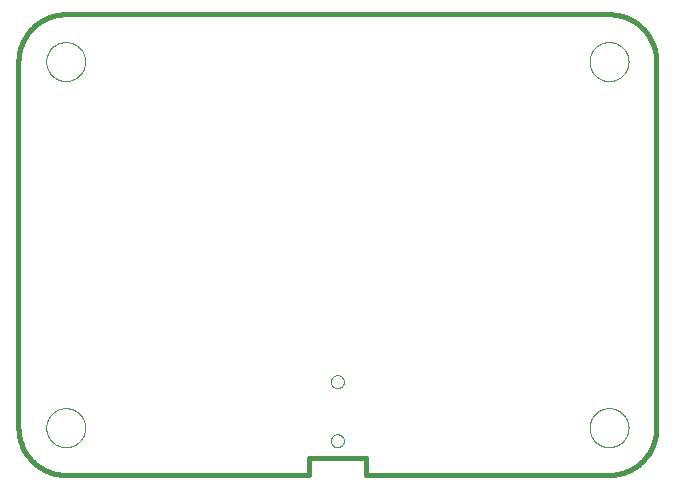
<source format=gtp>
G75*
%MOIN*%
%OFA0B0*%
%FSLAX25Y25*%
%IPPOS*%
%LPD*%
%AMOC8*
5,1,8,0,0,1.08239X$1,22.5*
%
%ADD10C,0.01600*%
%ADD11C,0.00000*%
D10*
X0029642Y0013894D02*
X0110744Y0013894D01*
X0110744Y0019406D01*
X0129642Y0019406D01*
X0129642Y0013894D01*
X0210744Y0013894D01*
X0211125Y0013899D01*
X0211505Y0013912D01*
X0211885Y0013935D01*
X0212264Y0013968D01*
X0212642Y0014009D01*
X0213019Y0014059D01*
X0213395Y0014119D01*
X0213770Y0014187D01*
X0214142Y0014265D01*
X0214513Y0014352D01*
X0214881Y0014447D01*
X0215247Y0014552D01*
X0215610Y0014665D01*
X0215971Y0014787D01*
X0216328Y0014917D01*
X0216682Y0015057D01*
X0217033Y0015204D01*
X0217380Y0015361D01*
X0217723Y0015525D01*
X0218062Y0015698D01*
X0218397Y0015879D01*
X0218728Y0016068D01*
X0219053Y0016265D01*
X0219374Y0016469D01*
X0219690Y0016682D01*
X0220000Y0016902D01*
X0220306Y0017129D01*
X0220605Y0017364D01*
X0220899Y0017606D01*
X0221187Y0017854D01*
X0221469Y0018110D01*
X0221744Y0018373D01*
X0222013Y0018642D01*
X0222276Y0018917D01*
X0222532Y0019199D01*
X0222780Y0019487D01*
X0223022Y0019781D01*
X0223257Y0020080D01*
X0223484Y0020386D01*
X0223704Y0020696D01*
X0223917Y0021012D01*
X0224121Y0021333D01*
X0224318Y0021658D01*
X0224507Y0021989D01*
X0224688Y0022324D01*
X0224861Y0022663D01*
X0225025Y0023006D01*
X0225182Y0023353D01*
X0225329Y0023704D01*
X0225469Y0024058D01*
X0225599Y0024415D01*
X0225721Y0024776D01*
X0225834Y0025139D01*
X0225939Y0025505D01*
X0226034Y0025873D01*
X0226121Y0026244D01*
X0226199Y0026616D01*
X0226267Y0026991D01*
X0226327Y0027367D01*
X0226377Y0027744D01*
X0226418Y0028122D01*
X0226451Y0028501D01*
X0226474Y0028881D01*
X0226487Y0029261D01*
X0226492Y0029642D01*
X0226492Y0151689D01*
X0226487Y0152070D01*
X0226474Y0152450D01*
X0226451Y0152830D01*
X0226418Y0153209D01*
X0226377Y0153587D01*
X0226327Y0153964D01*
X0226267Y0154340D01*
X0226199Y0154715D01*
X0226121Y0155087D01*
X0226034Y0155458D01*
X0225939Y0155826D01*
X0225834Y0156192D01*
X0225721Y0156555D01*
X0225599Y0156916D01*
X0225469Y0157273D01*
X0225329Y0157627D01*
X0225182Y0157978D01*
X0225025Y0158325D01*
X0224861Y0158668D01*
X0224688Y0159007D01*
X0224507Y0159342D01*
X0224318Y0159673D01*
X0224121Y0159998D01*
X0223917Y0160319D01*
X0223704Y0160635D01*
X0223484Y0160945D01*
X0223257Y0161251D01*
X0223022Y0161550D01*
X0222780Y0161844D01*
X0222532Y0162132D01*
X0222276Y0162414D01*
X0222013Y0162689D01*
X0221744Y0162958D01*
X0221469Y0163221D01*
X0221187Y0163477D01*
X0220899Y0163725D01*
X0220605Y0163967D01*
X0220306Y0164202D01*
X0220000Y0164429D01*
X0219690Y0164649D01*
X0219374Y0164862D01*
X0219053Y0165066D01*
X0218728Y0165263D01*
X0218397Y0165452D01*
X0218062Y0165633D01*
X0217723Y0165806D01*
X0217380Y0165970D01*
X0217033Y0166127D01*
X0216682Y0166274D01*
X0216328Y0166414D01*
X0215971Y0166544D01*
X0215610Y0166666D01*
X0215247Y0166779D01*
X0214881Y0166884D01*
X0214513Y0166979D01*
X0214142Y0167066D01*
X0213770Y0167144D01*
X0213395Y0167212D01*
X0213019Y0167272D01*
X0212642Y0167322D01*
X0212264Y0167363D01*
X0211885Y0167396D01*
X0211505Y0167419D01*
X0211125Y0167432D01*
X0210744Y0167437D01*
X0029642Y0167437D01*
X0029261Y0167432D01*
X0028881Y0167419D01*
X0028501Y0167396D01*
X0028122Y0167363D01*
X0027744Y0167322D01*
X0027367Y0167272D01*
X0026991Y0167212D01*
X0026616Y0167144D01*
X0026244Y0167066D01*
X0025873Y0166979D01*
X0025505Y0166884D01*
X0025139Y0166779D01*
X0024776Y0166666D01*
X0024415Y0166544D01*
X0024058Y0166414D01*
X0023704Y0166274D01*
X0023353Y0166127D01*
X0023006Y0165970D01*
X0022663Y0165806D01*
X0022324Y0165633D01*
X0021989Y0165452D01*
X0021658Y0165263D01*
X0021333Y0165066D01*
X0021012Y0164862D01*
X0020696Y0164649D01*
X0020386Y0164429D01*
X0020080Y0164202D01*
X0019781Y0163967D01*
X0019487Y0163725D01*
X0019199Y0163477D01*
X0018917Y0163221D01*
X0018642Y0162958D01*
X0018373Y0162689D01*
X0018110Y0162414D01*
X0017854Y0162132D01*
X0017606Y0161844D01*
X0017364Y0161550D01*
X0017129Y0161251D01*
X0016902Y0160945D01*
X0016682Y0160635D01*
X0016469Y0160319D01*
X0016265Y0159998D01*
X0016068Y0159673D01*
X0015879Y0159342D01*
X0015698Y0159007D01*
X0015525Y0158668D01*
X0015361Y0158325D01*
X0015204Y0157978D01*
X0015057Y0157627D01*
X0014917Y0157273D01*
X0014787Y0156916D01*
X0014665Y0156555D01*
X0014552Y0156192D01*
X0014447Y0155826D01*
X0014352Y0155458D01*
X0014265Y0155087D01*
X0014187Y0154715D01*
X0014119Y0154340D01*
X0014059Y0153964D01*
X0014009Y0153587D01*
X0013968Y0153209D01*
X0013935Y0152830D01*
X0013912Y0152450D01*
X0013899Y0152070D01*
X0013894Y0151689D01*
X0013894Y0029642D01*
X0013899Y0029261D01*
X0013912Y0028881D01*
X0013935Y0028501D01*
X0013968Y0028122D01*
X0014009Y0027744D01*
X0014059Y0027367D01*
X0014119Y0026991D01*
X0014187Y0026616D01*
X0014265Y0026244D01*
X0014352Y0025873D01*
X0014447Y0025505D01*
X0014552Y0025139D01*
X0014665Y0024776D01*
X0014787Y0024415D01*
X0014917Y0024058D01*
X0015057Y0023704D01*
X0015204Y0023353D01*
X0015361Y0023006D01*
X0015525Y0022663D01*
X0015698Y0022324D01*
X0015879Y0021989D01*
X0016068Y0021658D01*
X0016265Y0021333D01*
X0016469Y0021012D01*
X0016682Y0020696D01*
X0016902Y0020386D01*
X0017129Y0020080D01*
X0017364Y0019781D01*
X0017606Y0019487D01*
X0017854Y0019199D01*
X0018110Y0018917D01*
X0018373Y0018642D01*
X0018642Y0018373D01*
X0018917Y0018110D01*
X0019199Y0017854D01*
X0019487Y0017606D01*
X0019781Y0017364D01*
X0020080Y0017129D01*
X0020386Y0016902D01*
X0020696Y0016682D01*
X0021012Y0016469D01*
X0021333Y0016265D01*
X0021658Y0016068D01*
X0021989Y0015879D01*
X0022324Y0015698D01*
X0022663Y0015525D01*
X0023006Y0015361D01*
X0023353Y0015204D01*
X0023704Y0015057D01*
X0024058Y0014917D01*
X0024415Y0014787D01*
X0024776Y0014665D01*
X0025139Y0014552D01*
X0025505Y0014447D01*
X0025873Y0014352D01*
X0026244Y0014265D01*
X0026616Y0014187D01*
X0026991Y0014119D01*
X0027367Y0014059D01*
X0027744Y0014009D01*
X0028122Y0013968D01*
X0028501Y0013935D01*
X0028881Y0013912D01*
X0029261Y0013899D01*
X0029642Y0013894D01*
D11*
X0023142Y0029642D02*
X0023144Y0029803D01*
X0023150Y0029963D01*
X0023160Y0030124D01*
X0023174Y0030284D01*
X0023192Y0030444D01*
X0023213Y0030603D01*
X0023239Y0030762D01*
X0023269Y0030920D01*
X0023302Y0031077D01*
X0023340Y0031234D01*
X0023381Y0031389D01*
X0023426Y0031543D01*
X0023475Y0031696D01*
X0023528Y0031848D01*
X0023584Y0031999D01*
X0023645Y0032148D01*
X0023708Y0032296D01*
X0023776Y0032442D01*
X0023847Y0032586D01*
X0023921Y0032728D01*
X0023999Y0032869D01*
X0024081Y0033007D01*
X0024166Y0033144D01*
X0024254Y0033278D01*
X0024346Y0033410D01*
X0024441Y0033540D01*
X0024539Y0033668D01*
X0024640Y0033793D01*
X0024744Y0033915D01*
X0024851Y0034035D01*
X0024961Y0034152D01*
X0025074Y0034267D01*
X0025190Y0034378D01*
X0025309Y0034487D01*
X0025430Y0034592D01*
X0025554Y0034695D01*
X0025680Y0034795D01*
X0025808Y0034891D01*
X0025939Y0034984D01*
X0026073Y0035074D01*
X0026208Y0035161D01*
X0026346Y0035244D01*
X0026485Y0035324D01*
X0026627Y0035400D01*
X0026770Y0035473D01*
X0026915Y0035542D01*
X0027062Y0035608D01*
X0027210Y0035670D01*
X0027360Y0035728D01*
X0027511Y0035783D01*
X0027664Y0035834D01*
X0027818Y0035881D01*
X0027973Y0035924D01*
X0028129Y0035963D01*
X0028285Y0035999D01*
X0028443Y0036030D01*
X0028601Y0036058D01*
X0028760Y0036082D01*
X0028920Y0036102D01*
X0029080Y0036118D01*
X0029240Y0036130D01*
X0029401Y0036138D01*
X0029562Y0036142D01*
X0029722Y0036142D01*
X0029883Y0036138D01*
X0030044Y0036130D01*
X0030204Y0036118D01*
X0030364Y0036102D01*
X0030524Y0036082D01*
X0030683Y0036058D01*
X0030841Y0036030D01*
X0030999Y0035999D01*
X0031155Y0035963D01*
X0031311Y0035924D01*
X0031466Y0035881D01*
X0031620Y0035834D01*
X0031773Y0035783D01*
X0031924Y0035728D01*
X0032074Y0035670D01*
X0032222Y0035608D01*
X0032369Y0035542D01*
X0032514Y0035473D01*
X0032657Y0035400D01*
X0032799Y0035324D01*
X0032938Y0035244D01*
X0033076Y0035161D01*
X0033211Y0035074D01*
X0033345Y0034984D01*
X0033476Y0034891D01*
X0033604Y0034795D01*
X0033730Y0034695D01*
X0033854Y0034592D01*
X0033975Y0034487D01*
X0034094Y0034378D01*
X0034210Y0034267D01*
X0034323Y0034152D01*
X0034433Y0034035D01*
X0034540Y0033915D01*
X0034644Y0033793D01*
X0034745Y0033668D01*
X0034843Y0033540D01*
X0034938Y0033410D01*
X0035030Y0033278D01*
X0035118Y0033144D01*
X0035203Y0033007D01*
X0035285Y0032869D01*
X0035363Y0032728D01*
X0035437Y0032586D01*
X0035508Y0032442D01*
X0035576Y0032296D01*
X0035639Y0032148D01*
X0035700Y0031999D01*
X0035756Y0031848D01*
X0035809Y0031696D01*
X0035858Y0031543D01*
X0035903Y0031389D01*
X0035944Y0031234D01*
X0035982Y0031077D01*
X0036015Y0030920D01*
X0036045Y0030762D01*
X0036071Y0030603D01*
X0036092Y0030444D01*
X0036110Y0030284D01*
X0036124Y0030124D01*
X0036134Y0029963D01*
X0036140Y0029803D01*
X0036142Y0029642D01*
X0036140Y0029481D01*
X0036134Y0029321D01*
X0036124Y0029160D01*
X0036110Y0029000D01*
X0036092Y0028840D01*
X0036071Y0028681D01*
X0036045Y0028522D01*
X0036015Y0028364D01*
X0035982Y0028207D01*
X0035944Y0028050D01*
X0035903Y0027895D01*
X0035858Y0027741D01*
X0035809Y0027588D01*
X0035756Y0027436D01*
X0035700Y0027285D01*
X0035639Y0027136D01*
X0035576Y0026988D01*
X0035508Y0026842D01*
X0035437Y0026698D01*
X0035363Y0026556D01*
X0035285Y0026415D01*
X0035203Y0026277D01*
X0035118Y0026140D01*
X0035030Y0026006D01*
X0034938Y0025874D01*
X0034843Y0025744D01*
X0034745Y0025616D01*
X0034644Y0025491D01*
X0034540Y0025369D01*
X0034433Y0025249D01*
X0034323Y0025132D01*
X0034210Y0025017D01*
X0034094Y0024906D01*
X0033975Y0024797D01*
X0033854Y0024692D01*
X0033730Y0024589D01*
X0033604Y0024489D01*
X0033476Y0024393D01*
X0033345Y0024300D01*
X0033211Y0024210D01*
X0033076Y0024123D01*
X0032938Y0024040D01*
X0032799Y0023960D01*
X0032657Y0023884D01*
X0032514Y0023811D01*
X0032369Y0023742D01*
X0032222Y0023676D01*
X0032074Y0023614D01*
X0031924Y0023556D01*
X0031773Y0023501D01*
X0031620Y0023450D01*
X0031466Y0023403D01*
X0031311Y0023360D01*
X0031155Y0023321D01*
X0030999Y0023285D01*
X0030841Y0023254D01*
X0030683Y0023226D01*
X0030524Y0023202D01*
X0030364Y0023182D01*
X0030204Y0023166D01*
X0030044Y0023154D01*
X0029883Y0023146D01*
X0029722Y0023142D01*
X0029562Y0023142D01*
X0029401Y0023146D01*
X0029240Y0023154D01*
X0029080Y0023166D01*
X0028920Y0023182D01*
X0028760Y0023202D01*
X0028601Y0023226D01*
X0028443Y0023254D01*
X0028285Y0023285D01*
X0028129Y0023321D01*
X0027973Y0023360D01*
X0027818Y0023403D01*
X0027664Y0023450D01*
X0027511Y0023501D01*
X0027360Y0023556D01*
X0027210Y0023614D01*
X0027062Y0023676D01*
X0026915Y0023742D01*
X0026770Y0023811D01*
X0026627Y0023884D01*
X0026485Y0023960D01*
X0026346Y0024040D01*
X0026208Y0024123D01*
X0026073Y0024210D01*
X0025939Y0024300D01*
X0025808Y0024393D01*
X0025680Y0024489D01*
X0025554Y0024589D01*
X0025430Y0024692D01*
X0025309Y0024797D01*
X0025190Y0024906D01*
X0025074Y0025017D01*
X0024961Y0025132D01*
X0024851Y0025249D01*
X0024744Y0025369D01*
X0024640Y0025491D01*
X0024539Y0025616D01*
X0024441Y0025744D01*
X0024346Y0025874D01*
X0024254Y0026006D01*
X0024166Y0026140D01*
X0024081Y0026277D01*
X0023999Y0026415D01*
X0023921Y0026556D01*
X0023847Y0026698D01*
X0023776Y0026842D01*
X0023708Y0026988D01*
X0023645Y0027136D01*
X0023584Y0027285D01*
X0023528Y0027436D01*
X0023475Y0027588D01*
X0023426Y0027741D01*
X0023381Y0027895D01*
X0023340Y0028050D01*
X0023302Y0028207D01*
X0023269Y0028364D01*
X0023239Y0028522D01*
X0023213Y0028681D01*
X0023192Y0028840D01*
X0023174Y0029000D01*
X0023160Y0029160D01*
X0023150Y0029321D01*
X0023144Y0029481D01*
X0023142Y0029642D01*
X0118028Y0025311D02*
X0118030Y0025404D01*
X0118036Y0025496D01*
X0118046Y0025588D01*
X0118060Y0025679D01*
X0118077Y0025770D01*
X0118099Y0025860D01*
X0118124Y0025949D01*
X0118153Y0026037D01*
X0118186Y0026123D01*
X0118223Y0026208D01*
X0118263Y0026292D01*
X0118307Y0026373D01*
X0118354Y0026453D01*
X0118404Y0026531D01*
X0118458Y0026606D01*
X0118515Y0026679D01*
X0118575Y0026749D01*
X0118638Y0026817D01*
X0118704Y0026882D01*
X0118772Y0026944D01*
X0118843Y0027004D01*
X0118917Y0027060D01*
X0118993Y0027113D01*
X0119071Y0027162D01*
X0119151Y0027209D01*
X0119233Y0027251D01*
X0119317Y0027291D01*
X0119402Y0027326D01*
X0119489Y0027358D01*
X0119577Y0027387D01*
X0119666Y0027411D01*
X0119756Y0027432D01*
X0119847Y0027448D01*
X0119939Y0027461D01*
X0120031Y0027470D01*
X0120124Y0027475D01*
X0120216Y0027476D01*
X0120309Y0027473D01*
X0120401Y0027466D01*
X0120493Y0027455D01*
X0120584Y0027440D01*
X0120675Y0027422D01*
X0120765Y0027399D01*
X0120853Y0027373D01*
X0120941Y0027343D01*
X0121027Y0027309D01*
X0121111Y0027272D01*
X0121194Y0027230D01*
X0121275Y0027186D01*
X0121355Y0027138D01*
X0121432Y0027087D01*
X0121506Y0027032D01*
X0121579Y0026974D01*
X0121649Y0026914D01*
X0121716Y0026850D01*
X0121780Y0026784D01*
X0121842Y0026714D01*
X0121900Y0026643D01*
X0121955Y0026569D01*
X0122007Y0026492D01*
X0122056Y0026413D01*
X0122102Y0026333D01*
X0122144Y0026250D01*
X0122182Y0026166D01*
X0122217Y0026080D01*
X0122248Y0025993D01*
X0122275Y0025905D01*
X0122298Y0025815D01*
X0122318Y0025725D01*
X0122334Y0025634D01*
X0122346Y0025542D01*
X0122354Y0025450D01*
X0122358Y0025357D01*
X0122358Y0025265D01*
X0122354Y0025172D01*
X0122346Y0025080D01*
X0122334Y0024988D01*
X0122318Y0024897D01*
X0122298Y0024807D01*
X0122275Y0024717D01*
X0122248Y0024629D01*
X0122217Y0024542D01*
X0122182Y0024456D01*
X0122144Y0024372D01*
X0122102Y0024289D01*
X0122056Y0024209D01*
X0122007Y0024130D01*
X0121955Y0024053D01*
X0121900Y0023979D01*
X0121842Y0023908D01*
X0121780Y0023838D01*
X0121716Y0023772D01*
X0121649Y0023708D01*
X0121579Y0023648D01*
X0121506Y0023590D01*
X0121432Y0023535D01*
X0121355Y0023484D01*
X0121276Y0023436D01*
X0121194Y0023392D01*
X0121111Y0023350D01*
X0121027Y0023313D01*
X0120941Y0023279D01*
X0120853Y0023249D01*
X0120765Y0023223D01*
X0120675Y0023200D01*
X0120584Y0023182D01*
X0120493Y0023167D01*
X0120401Y0023156D01*
X0120309Y0023149D01*
X0120216Y0023146D01*
X0120124Y0023147D01*
X0120031Y0023152D01*
X0119939Y0023161D01*
X0119847Y0023174D01*
X0119756Y0023190D01*
X0119666Y0023211D01*
X0119577Y0023235D01*
X0119489Y0023264D01*
X0119402Y0023296D01*
X0119317Y0023331D01*
X0119233Y0023371D01*
X0119151Y0023413D01*
X0119071Y0023460D01*
X0118993Y0023509D01*
X0118917Y0023562D01*
X0118843Y0023618D01*
X0118772Y0023678D01*
X0118704Y0023740D01*
X0118638Y0023805D01*
X0118575Y0023873D01*
X0118515Y0023943D01*
X0118458Y0024016D01*
X0118404Y0024091D01*
X0118354Y0024169D01*
X0118307Y0024249D01*
X0118263Y0024330D01*
X0118223Y0024414D01*
X0118186Y0024499D01*
X0118153Y0024585D01*
X0118124Y0024673D01*
X0118099Y0024762D01*
X0118077Y0024852D01*
X0118060Y0024943D01*
X0118046Y0025034D01*
X0118036Y0025126D01*
X0118030Y0025218D01*
X0118028Y0025311D01*
X0118028Y0044996D02*
X0118030Y0045089D01*
X0118036Y0045181D01*
X0118046Y0045273D01*
X0118060Y0045364D01*
X0118077Y0045455D01*
X0118099Y0045545D01*
X0118124Y0045634D01*
X0118153Y0045722D01*
X0118186Y0045808D01*
X0118223Y0045893D01*
X0118263Y0045977D01*
X0118307Y0046058D01*
X0118354Y0046138D01*
X0118404Y0046216D01*
X0118458Y0046291D01*
X0118515Y0046364D01*
X0118575Y0046434D01*
X0118638Y0046502D01*
X0118704Y0046567D01*
X0118772Y0046629D01*
X0118843Y0046689D01*
X0118917Y0046745D01*
X0118993Y0046798D01*
X0119071Y0046847D01*
X0119151Y0046894D01*
X0119233Y0046936D01*
X0119317Y0046976D01*
X0119402Y0047011D01*
X0119489Y0047043D01*
X0119577Y0047072D01*
X0119666Y0047096D01*
X0119756Y0047117D01*
X0119847Y0047133D01*
X0119939Y0047146D01*
X0120031Y0047155D01*
X0120124Y0047160D01*
X0120216Y0047161D01*
X0120309Y0047158D01*
X0120401Y0047151D01*
X0120493Y0047140D01*
X0120584Y0047125D01*
X0120675Y0047107D01*
X0120765Y0047084D01*
X0120853Y0047058D01*
X0120941Y0047028D01*
X0121027Y0046994D01*
X0121111Y0046957D01*
X0121194Y0046915D01*
X0121275Y0046871D01*
X0121355Y0046823D01*
X0121432Y0046772D01*
X0121506Y0046717D01*
X0121579Y0046659D01*
X0121649Y0046599D01*
X0121716Y0046535D01*
X0121780Y0046469D01*
X0121842Y0046399D01*
X0121900Y0046328D01*
X0121955Y0046254D01*
X0122007Y0046177D01*
X0122056Y0046098D01*
X0122102Y0046018D01*
X0122144Y0045935D01*
X0122182Y0045851D01*
X0122217Y0045765D01*
X0122248Y0045678D01*
X0122275Y0045590D01*
X0122298Y0045500D01*
X0122318Y0045410D01*
X0122334Y0045319D01*
X0122346Y0045227D01*
X0122354Y0045135D01*
X0122358Y0045042D01*
X0122358Y0044950D01*
X0122354Y0044857D01*
X0122346Y0044765D01*
X0122334Y0044673D01*
X0122318Y0044582D01*
X0122298Y0044492D01*
X0122275Y0044402D01*
X0122248Y0044314D01*
X0122217Y0044227D01*
X0122182Y0044141D01*
X0122144Y0044057D01*
X0122102Y0043974D01*
X0122056Y0043894D01*
X0122007Y0043815D01*
X0121955Y0043738D01*
X0121900Y0043664D01*
X0121842Y0043593D01*
X0121780Y0043523D01*
X0121716Y0043457D01*
X0121649Y0043393D01*
X0121579Y0043333D01*
X0121506Y0043275D01*
X0121432Y0043220D01*
X0121355Y0043169D01*
X0121276Y0043121D01*
X0121194Y0043077D01*
X0121111Y0043035D01*
X0121027Y0042998D01*
X0120941Y0042964D01*
X0120853Y0042934D01*
X0120765Y0042908D01*
X0120675Y0042885D01*
X0120584Y0042867D01*
X0120493Y0042852D01*
X0120401Y0042841D01*
X0120309Y0042834D01*
X0120216Y0042831D01*
X0120124Y0042832D01*
X0120031Y0042837D01*
X0119939Y0042846D01*
X0119847Y0042859D01*
X0119756Y0042875D01*
X0119666Y0042896D01*
X0119577Y0042920D01*
X0119489Y0042949D01*
X0119402Y0042981D01*
X0119317Y0043016D01*
X0119233Y0043056D01*
X0119151Y0043098D01*
X0119071Y0043145D01*
X0118993Y0043194D01*
X0118917Y0043247D01*
X0118843Y0043303D01*
X0118772Y0043363D01*
X0118704Y0043425D01*
X0118638Y0043490D01*
X0118575Y0043558D01*
X0118515Y0043628D01*
X0118458Y0043701D01*
X0118404Y0043776D01*
X0118354Y0043854D01*
X0118307Y0043934D01*
X0118263Y0044015D01*
X0118223Y0044099D01*
X0118186Y0044184D01*
X0118153Y0044270D01*
X0118124Y0044358D01*
X0118099Y0044447D01*
X0118077Y0044537D01*
X0118060Y0044628D01*
X0118046Y0044719D01*
X0118036Y0044811D01*
X0118030Y0044903D01*
X0118028Y0044996D01*
X0204244Y0029642D02*
X0204246Y0029803D01*
X0204252Y0029963D01*
X0204262Y0030124D01*
X0204276Y0030284D01*
X0204294Y0030444D01*
X0204315Y0030603D01*
X0204341Y0030762D01*
X0204371Y0030920D01*
X0204404Y0031077D01*
X0204442Y0031234D01*
X0204483Y0031389D01*
X0204528Y0031543D01*
X0204577Y0031696D01*
X0204630Y0031848D01*
X0204686Y0031999D01*
X0204747Y0032148D01*
X0204810Y0032296D01*
X0204878Y0032442D01*
X0204949Y0032586D01*
X0205023Y0032728D01*
X0205101Y0032869D01*
X0205183Y0033007D01*
X0205268Y0033144D01*
X0205356Y0033278D01*
X0205448Y0033410D01*
X0205543Y0033540D01*
X0205641Y0033668D01*
X0205742Y0033793D01*
X0205846Y0033915D01*
X0205953Y0034035D01*
X0206063Y0034152D01*
X0206176Y0034267D01*
X0206292Y0034378D01*
X0206411Y0034487D01*
X0206532Y0034592D01*
X0206656Y0034695D01*
X0206782Y0034795D01*
X0206910Y0034891D01*
X0207041Y0034984D01*
X0207175Y0035074D01*
X0207310Y0035161D01*
X0207448Y0035244D01*
X0207587Y0035324D01*
X0207729Y0035400D01*
X0207872Y0035473D01*
X0208017Y0035542D01*
X0208164Y0035608D01*
X0208312Y0035670D01*
X0208462Y0035728D01*
X0208613Y0035783D01*
X0208766Y0035834D01*
X0208920Y0035881D01*
X0209075Y0035924D01*
X0209231Y0035963D01*
X0209387Y0035999D01*
X0209545Y0036030D01*
X0209703Y0036058D01*
X0209862Y0036082D01*
X0210022Y0036102D01*
X0210182Y0036118D01*
X0210342Y0036130D01*
X0210503Y0036138D01*
X0210664Y0036142D01*
X0210824Y0036142D01*
X0210985Y0036138D01*
X0211146Y0036130D01*
X0211306Y0036118D01*
X0211466Y0036102D01*
X0211626Y0036082D01*
X0211785Y0036058D01*
X0211943Y0036030D01*
X0212101Y0035999D01*
X0212257Y0035963D01*
X0212413Y0035924D01*
X0212568Y0035881D01*
X0212722Y0035834D01*
X0212875Y0035783D01*
X0213026Y0035728D01*
X0213176Y0035670D01*
X0213324Y0035608D01*
X0213471Y0035542D01*
X0213616Y0035473D01*
X0213759Y0035400D01*
X0213901Y0035324D01*
X0214040Y0035244D01*
X0214178Y0035161D01*
X0214313Y0035074D01*
X0214447Y0034984D01*
X0214578Y0034891D01*
X0214706Y0034795D01*
X0214832Y0034695D01*
X0214956Y0034592D01*
X0215077Y0034487D01*
X0215196Y0034378D01*
X0215312Y0034267D01*
X0215425Y0034152D01*
X0215535Y0034035D01*
X0215642Y0033915D01*
X0215746Y0033793D01*
X0215847Y0033668D01*
X0215945Y0033540D01*
X0216040Y0033410D01*
X0216132Y0033278D01*
X0216220Y0033144D01*
X0216305Y0033007D01*
X0216387Y0032869D01*
X0216465Y0032728D01*
X0216539Y0032586D01*
X0216610Y0032442D01*
X0216678Y0032296D01*
X0216741Y0032148D01*
X0216802Y0031999D01*
X0216858Y0031848D01*
X0216911Y0031696D01*
X0216960Y0031543D01*
X0217005Y0031389D01*
X0217046Y0031234D01*
X0217084Y0031077D01*
X0217117Y0030920D01*
X0217147Y0030762D01*
X0217173Y0030603D01*
X0217194Y0030444D01*
X0217212Y0030284D01*
X0217226Y0030124D01*
X0217236Y0029963D01*
X0217242Y0029803D01*
X0217244Y0029642D01*
X0217242Y0029481D01*
X0217236Y0029321D01*
X0217226Y0029160D01*
X0217212Y0029000D01*
X0217194Y0028840D01*
X0217173Y0028681D01*
X0217147Y0028522D01*
X0217117Y0028364D01*
X0217084Y0028207D01*
X0217046Y0028050D01*
X0217005Y0027895D01*
X0216960Y0027741D01*
X0216911Y0027588D01*
X0216858Y0027436D01*
X0216802Y0027285D01*
X0216741Y0027136D01*
X0216678Y0026988D01*
X0216610Y0026842D01*
X0216539Y0026698D01*
X0216465Y0026556D01*
X0216387Y0026415D01*
X0216305Y0026277D01*
X0216220Y0026140D01*
X0216132Y0026006D01*
X0216040Y0025874D01*
X0215945Y0025744D01*
X0215847Y0025616D01*
X0215746Y0025491D01*
X0215642Y0025369D01*
X0215535Y0025249D01*
X0215425Y0025132D01*
X0215312Y0025017D01*
X0215196Y0024906D01*
X0215077Y0024797D01*
X0214956Y0024692D01*
X0214832Y0024589D01*
X0214706Y0024489D01*
X0214578Y0024393D01*
X0214447Y0024300D01*
X0214313Y0024210D01*
X0214178Y0024123D01*
X0214040Y0024040D01*
X0213901Y0023960D01*
X0213759Y0023884D01*
X0213616Y0023811D01*
X0213471Y0023742D01*
X0213324Y0023676D01*
X0213176Y0023614D01*
X0213026Y0023556D01*
X0212875Y0023501D01*
X0212722Y0023450D01*
X0212568Y0023403D01*
X0212413Y0023360D01*
X0212257Y0023321D01*
X0212101Y0023285D01*
X0211943Y0023254D01*
X0211785Y0023226D01*
X0211626Y0023202D01*
X0211466Y0023182D01*
X0211306Y0023166D01*
X0211146Y0023154D01*
X0210985Y0023146D01*
X0210824Y0023142D01*
X0210664Y0023142D01*
X0210503Y0023146D01*
X0210342Y0023154D01*
X0210182Y0023166D01*
X0210022Y0023182D01*
X0209862Y0023202D01*
X0209703Y0023226D01*
X0209545Y0023254D01*
X0209387Y0023285D01*
X0209231Y0023321D01*
X0209075Y0023360D01*
X0208920Y0023403D01*
X0208766Y0023450D01*
X0208613Y0023501D01*
X0208462Y0023556D01*
X0208312Y0023614D01*
X0208164Y0023676D01*
X0208017Y0023742D01*
X0207872Y0023811D01*
X0207729Y0023884D01*
X0207587Y0023960D01*
X0207448Y0024040D01*
X0207310Y0024123D01*
X0207175Y0024210D01*
X0207041Y0024300D01*
X0206910Y0024393D01*
X0206782Y0024489D01*
X0206656Y0024589D01*
X0206532Y0024692D01*
X0206411Y0024797D01*
X0206292Y0024906D01*
X0206176Y0025017D01*
X0206063Y0025132D01*
X0205953Y0025249D01*
X0205846Y0025369D01*
X0205742Y0025491D01*
X0205641Y0025616D01*
X0205543Y0025744D01*
X0205448Y0025874D01*
X0205356Y0026006D01*
X0205268Y0026140D01*
X0205183Y0026277D01*
X0205101Y0026415D01*
X0205023Y0026556D01*
X0204949Y0026698D01*
X0204878Y0026842D01*
X0204810Y0026988D01*
X0204747Y0027136D01*
X0204686Y0027285D01*
X0204630Y0027436D01*
X0204577Y0027588D01*
X0204528Y0027741D01*
X0204483Y0027895D01*
X0204442Y0028050D01*
X0204404Y0028207D01*
X0204371Y0028364D01*
X0204341Y0028522D01*
X0204315Y0028681D01*
X0204294Y0028840D01*
X0204276Y0029000D01*
X0204262Y0029160D01*
X0204252Y0029321D01*
X0204246Y0029481D01*
X0204244Y0029642D01*
X0204244Y0151689D02*
X0204246Y0151850D01*
X0204252Y0152010D01*
X0204262Y0152171D01*
X0204276Y0152331D01*
X0204294Y0152491D01*
X0204315Y0152650D01*
X0204341Y0152809D01*
X0204371Y0152967D01*
X0204404Y0153124D01*
X0204442Y0153281D01*
X0204483Y0153436D01*
X0204528Y0153590D01*
X0204577Y0153743D01*
X0204630Y0153895D01*
X0204686Y0154046D01*
X0204747Y0154195D01*
X0204810Y0154343D01*
X0204878Y0154489D01*
X0204949Y0154633D01*
X0205023Y0154775D01*
X0205101Y0154916D01*
X0205183Y0155054D01*
X0205268Y0155191D01*
X0205356Y0155325D01*
X0205448Y0155457D01*
X0205543Y0155587D01*
X0205641Y0155715D01*
X0205742Y0155840D01*
X0205846Y0155962D01*
X0205953Y0156082D01*
X0206063Y0156199D01*
X0206176Y0156314D01*
X0206292Y0156425D01*
X0206411Y0156534D01*
X0206532Y0156639D01*
X0206656Y0156742D01*
X0206782Y0156842D01*
X0206910Y0156938D01*
X0207041Y0157031D01*
X0207175Y0157121D01*
X0207310Y0157208D01*
X0207448Y0157291D01*
X0207587Y0157371D01*
X0207729Y0157447D01*
X0207872Y0157520D01*
X0208017Y0157589D01*
X0208164Y0157655D01*
X0208312Y0157717D01*
X0208462Y0157775D01*
X0208613Y0157830D01*
X0208766Y0157881D01*
X0208920Y0157928D01*
X0209075Y0157971D01*
X0209231Y0158010D01*
X0209387Y0158046D01*
X0209545Y0158077D01*
X0209703Y0158105D01*
X0209862Y0158129D01*
X0210022Y0158149D01*
X0210182Y0158165D01*
X0210342Y0158177D01*
X0210503Y0158185D01*
X0210664Y0158189D01*
X0210824Y0158189D01*
X0210985Y0158185D01*
X0211146Y0158177D01*
X0211306Y0158165D01*
X0211466Y0158149D01*
X0211626Y0158129D01*
X0211785Y0158105D01*
X0211943Y0158077D01*
X0212101Y0158046D01*
X0212257Y0158010D01*
X0212413Y0157971D01*
X0212568Y0157928D01*
X0212722Y0157881D01*
X0212875Y0157830D01*
X0213026Y0157775D01*
X0213176Y0157717D01*
X0213324Y0157655D01*
X0213471Y0157589D01*
X0213616Y0157520D01*
X0213759Y0157447D01*
X0213901Y0157371D01*
X0214040Y0157291D01*
X0214178Y0157208D01*
X0214313Y0157121D01*
X0214447Y0157031D01*
X0214578Y0156938D01*
X0214706Y0156842D01*
X0214832Y0156742D01*
X0214956Y0156639D01*
X0215077Y0156534D01*
X0215196Y0156425D01*
X0215312Y0156314D01*
X0215425Y0156199D01*
X0215535Y0156082D01*
X0215642Y0155962D01*
X0215746Y0155840D01*
X0215847Y0155715D01*
X0215945Y0155587D01*
X0216040Y0155457D01*
X0216132Y0155325D01*
X0216220Y0155191D01*
X0216305Y0155054D01*
X0216387Y0154916D01*
X0216465Y0154775D01*
X0216539Y0154633D01*
X0216610Y0154489D01*
X0216678Y0154343D01*
X0216741Y0154195D01*
X0216802Y0154046D01*
X0216858Y0153895D01*
X0216911Y0153743D01*
X0216960Y0153590D01*
X0217005Y0153436D01*
X0217046Y0153281D01*
X0217084Y0153124D01*
X0217117Y0152967D01*
X0217147Y0152809D01*
X0217173Y0152650D01*
X0217194Y0152491D01*
X0217212Y0152331D01*
X0217226Y0152171D01*
X0217236Y0152010D01*
X0217242Y0151850D01*
X0217244Y0151689D01*
X0217242Y0151528D01*
X0217236Y0151368D01*
X0217226Y0151207D01*
X0217212Y0151047D01*
X0217194Y0150887D01*
X0217173Y0150728D01*
X0217147Y0150569D01*
X0217117Y0150411D01*
X0217084Y0150254D01*
X0217046Y0150097D01*
X0217005Y0149942D01*
X0216960Y0149788D01*
X0216911Y0149635D01*
X0216858Y0149483D01*
X0216802Y0149332D01*
X0216741Y0149183D01*
X0216678Y0149035D01*
X0216610Y0148889D01*
X0216539Y0148745D01*
X0216465Y0148603D01*
X0216387Y0148462D01*
X0216305Y0148324D01*
X0216220Y0148187D01*
X0216132Y0148053D01*
X0216040Y0147921D01*
X0215945Y0147791D01*
X0215847Y0147663D01*
X0215746Y0147538D01*
X0215642Y0147416D01*
X0215535Y0147296D01*
X0215425Y0147179D01*
X0215312Y0147064D01*
X0215196Y0146953D01*
X0215077Y0146844D01*
X0214956Y0146739D01*
X0214832Y0146636D01*
X0214706Y0146536D01*
X0214578Y0146440D01*
X0214447Y0146347D01*
X0214313Y0146257D01*
X0214178Y0146170D01*
X0214040Y0146087D01*
X0213901Y0146007D01*
X0213759Y0145931D01*
X0213616Y0145858D01*
X0213471Y0145789D01*
X0213324Y0145723D01*
X0213176Y0145661D01*
X0213026Y0145603D01*
X0212875Y0145548D01*
X0212722Y0145497D01*
X0212568Y0145450D01*
X0212413Y0145407D01*
X0212257Y0145368D01*
X0212101Y0145332D01*
X0211943Y0145301D01*
X0211785Y0145273D01*
X0211626Y0145249D01*
X0211466Y0145229D01*
X0211306Y0145213D01*
X0211146Y0145201D01*
X0210985Y0145193D01*
X0210824Y0145189D01*
X0210664Y0145189D01*
X0210503Y0145193D01*
X0210342Y0145201D01*
X0210182Y0145213D01*
X0210022Y0145229D01*
X0209862Y0145249D01*
X0209703Y0145273D01*
X0209545Y0145301D01*
X0209387Y0145332D01*
X0209231Y0145368D01*
X0209075Y0145407D01*
X0208920Y0145450D01*
X0208766Y0145497D01*
X0208613Y0145548D01*
X0208462Y0145603D01*
X0208312Y0145661D01*
X0208164Y0145723D01*
X0208017Y0145789D01*
X0207872Y0145858D01*
X0207729Y0145931D01*
X0207587Y0146007D01*
X0207448Y0146087D01*
X0207310Y0146170D01*
X0207175Y0146257D01*
X0207041Y0146347D01*
X0206910Y0146440D01*
X0206782Y0146536D01*
X0206656Y0146636D01*
X0206532Y0146739D01*
X0206411Y0146844D01*
X0206292Y0146953D01*
X0206176Y0147064D01*
X0206063Y0147179D01*
X0205953Y0147296D01*
X0205846Y0147416D01*
X0205742Y0147538D01*
X0205641Y0147663D01*
X0205543Y0147791D01*
X0205448Y0147921D01*
X0205356Y0148053D01*
X0205268Y0148187D01*
X0205183Y0148324D01*
X0205101Y0148462D01*
X0205023Y0148603D01*
X0204949Y0148745D01*
X0204878Y0148889D01*
X0204810Y0149035D01*
X0204747Y0149183D01*
X0204686Y0149332D01*
X0204630Y0149483D01*
X0204577Y0149635D01*
X0204528Y0149788D01*
X0204483Y0149942D01*
X0204442Y0150097D01*
X0204404Y0150254D01*
X0204371Y0150411D01*
X0204341Y0150569D01*
X0204315Y0150728D01*
X0204294Y0150887D01*
X0204276Y0151047D01*
X0204262Y0151207D01*
X0204252Y0151368D01*
X0204246Y0151528D01*
X0204244Y0151689D01*
X0023142Y0151689D02*
X0023144Y0151850D01*
X0023150Y0152010D01*
X0023160Y0152171D01*
X0023174Y0152331D01*
X0023192Y0152491D01*
X0023213Y0152650D01*
X0023239Y0152809D01*
X0023269Y0152967D01*
X0023302Y0153124D01*
X0023340Y0153281D01*
X0023381Y0153436D01*
X0023426Y0153590D01*
X0023475Y0153743D01*
X0023528Y0153895D01*
X0023584Y0154046D01*
X0023645Y0154195D01*
X0023708Y0154343D01*
X0023776Y0154489D01*
X0023847Y0154633D01*
X0023921Y0154775D01*
X0023999Y0154916D01*
X0024081Y0155054D01*
X0024166Y0155191D01*
X0024254Y0155325D01*
X0024346Y0155457D01*
X0024441Y0155587D01*
X0024539Y0155715D01*
X0024640Y0155840D01*
X0024744Y0155962D01*
X0024851Y0156082D01*
X0024961Y0156199D01*
X0025074Y0156314D01*
X0025190Y0156425D01*
X0025309Y0156534D01*
X0025430Y0156639D01*
X0025554Y0156742D01*
X0025680Y0156842D01*
X0025808Y0156938D01*
X0025939Y0157031D01*
X0026073Y0157121D01*
X0026208Y0157208D01*
X0026346Y0157291D01*
X0026485Y0157371D01*
X0026627Y0157447D01*
X0026770Y0157520D01*
X0026915Y0157589D01*
X0027062Y0157655D01*
X0027210Y0157717D01*
X0027360Y0157775D01*
X0027511Y0157830D01*
X0027664Y0157881D01*
X0027818Y0157928D01*
X0027973Y0157971D01*
X0028129Y0158010D01*
X0028285Y0158046D01*
X0028443Y0158077D01*
X0028601Y0158105D01*
X0028760Y0158129D01*
X0028920Y0158149D01*
X0029080Y0158165D01*
X0029240Y0158177D01*
X0029401Y0158185D01*
X0029562Y0158189D01*
X0029722Y0158189D01*
X0029883Y0158185D01*
X0030044Y0158177D01*
X0030204Y0158165D01*
X0030364Y0158149D01*
X0030524Y0158129D01*
X0030683Y0158105D01*
X0030841Y0158077D01*
X0030999Y0158046D01*
X0031155Y0158010D01*
X0031311Y0157971D01*
X0031466Y0157928D01*
X0031620Y0157881D01*
X0031773Y0157830D01*
X0031924Y0157775D01*
X0032074Y0157717D01*
X0032222Y0157655D01*
X0032369Y0157589D01*
X0032514Y0157520D01*
X0032657Y0157447D01*
X0032799Y0157371D01*
X0032938Y0157291D01*
X0033076Y0157208D01*
X0033211Y0157121D01*
X0033345Y0157031D01*
X0033476Y0156938D01*
X0033604Y0156842D01*
X0033730Y0156742D01*
X0033854Y0156639D01*
X0033975Y0156534D01*
X0034094Y0156425D01*
X0034210Y0156314D01*
X0034323Y0156199D01*
X0034433Y0156082D01*
X0034540Y0155962D01*
X0034644Y0155840D01*
X0034745Y0155715D01*
X0034843Y0155587D01*
X0034938Y0155457D01*
X0035030Y0155325D01*
X0035118Y0155191D01*
X0035203Y0155054D01*
X0035285Y0154916D01*
X0035363Y0154775D01*
X0035437Y0154633D01*
X0035508Y0154489D01*
X0035576Y0154343D01*
X0035639Y0154195D01*
X0035700Y0154046D01*
X0035756Y0153895D01*
X0035809Y0153743D01*
X0035858Y0153590D01*
X0035903Y0153436D01*
X0035944Y0153281D01*
X0035982Y0153124D01*
X0036015Y0152967D01*
X0036045Y0152809D01*
X0036071Y0152650D01*
X0036092Y0152491D01*
X0036110Y0152331D01*
X0036124Y0152171D01*
X0036134Y0152010D01*
X0036140Y0151850D01*
X0036142Y0151689D01*
X0036140Y0151528D01*
X0036134Y0151368D01*
X0036124Y0151207D01*
X0036110Y0151047D01*
X0036092Y0150887D01*
X0036071Y0150728D01*
X0036045Y0150569D01*
X0036015Y0150411D01*
X0035982Y0150254D01*
X0035944Y0150097D01*
X0035903Y0149942D01*
X0035858Y0149788D01*
X0035809Y0149635D01*
X0035756Y0149483D01*
X0035700Y0149332D01*
X0035639Y0149183D01*
X0035576Y0149035D01*
X0035508Y0148889D01*
X0035437Y0148745D01*
X0035363Y0148603D01*
X0035285Y0148462D01*
X0035203Y0148324D01*
X0035118Y0148187D01*
X0035030Y0148053D01*
X0034938Y0147921D01*
X0034843Y0147791D01*
X0034745Y0147663D01*
X0034644Y0147538D01*
X0034540Y0147416D01*
X0034433Y0147296D01*
X0034323Y0147179D01*
X0034210Y0147064D01*
X0034094Y0146953D01*
X0033975Y0146844D01*
X0033854Y0146739D01*
X0033730Y0146636D01*
X0033604Y0146536D01*
X0033476Y0146440D01*
X0033345Y0146347D01*
X0033211Y0146257D01*
X0033076Y0146170D01*
X0032938Y0146087D01*
X0032799Y0146007D01*
X0032657Y0145931D01*
X0032514Y0145858D01*
X0032369Y0145789D01*
X0032222Y0145723D01*
X0032074Y0145661D01*
X0031924Y0145603D01*
X0031773Y0145548D01*
X0031620Y0145497D01*
X0031466Y0145450D01*
X0031311Y0145407D01*
X0031155Y0145368D01*
X0030999Y0145332D01*
X0030841Y0145301D01*
X0030683Y0145273D01*
X0030524Y0145249D01*
X0030364Y0145229D01*
X0030204Y0145213D01*
X0030044Y0145201D01*
X0029883Y0145193D01*
X0029722Y0145189D01*
X0029562Y0145189D01*
X0029401Y0145193D01*
X0029240Y0145201D01*
X0029080Y0145213D01*
X0028920Y0145229D01*
X0028760Y0145249D01*
X0028601Y0145273D01*
X0028443Y0145301D01*
X0028285Y0145332D01*
X0028129Y0145368D01*
X0027973Y0145407D01*
X0027818Y0145450D01*
X0027664Y0145497D01*
X0027511Y0145548D01*
X0027360Y0145603D01*
X0027210Y0145661D01*
X0027062Y0145723D01*
X0026915Y0145789D01*
X0026770Y0145858D01*
X0026627Y0145931D01*
X0026485Y0146007D01*
X0026346Y0146087D01*
X0026208Y0146170D01*
X0026073Y0146257D01*
X0025939Y0146347D01*
X0025808Y0146440D01*
X0025680Y0146536D01*
X0025554Y0146636D01*
X0025430Y0146739D01*
X0025309Y0146844D01*
X0025190Y0146953D01*
X0025074Y0147064D01*
X0024961Y0147179D01*
X0024851Y0147296D01*
X0024744Y0147416D01*
X0024640Y0147538D01*
X0024539Y0147663D01*
X0024441Y0147791D01*
X0024346Y0147921D01*
X0024254Y0148053D01*
X0024166Y0148187D01*
X0024081Y0148324D01*
X0023999Y0148462D01*
X0023921Y0148603D01*
X0023847Y0148745D01*
X0023776Y0148889D01*
X0023708Y0149035D01*
X0023645Y0149183D01*
X0023584Y0149332D01*
X0023528Y0149483D01*
X0023475Y0149635D01*
X0023426Y0149788D01*
X0023381Y0149942D01*
X0023340Y0150097D01*
X0023302Y0150254D01*
X0023269Y0150411D01*
X0023239Y0150569D01*
X0023213Y0150728D01*
X0023192Y0150887D01*
X0023174Y0151047D01*
X0023160Y0151207D01*
X0023150Y0151368D01*
X0023144Y0151528D01*
X0023142Y0151689D01*
M02*

</source>
